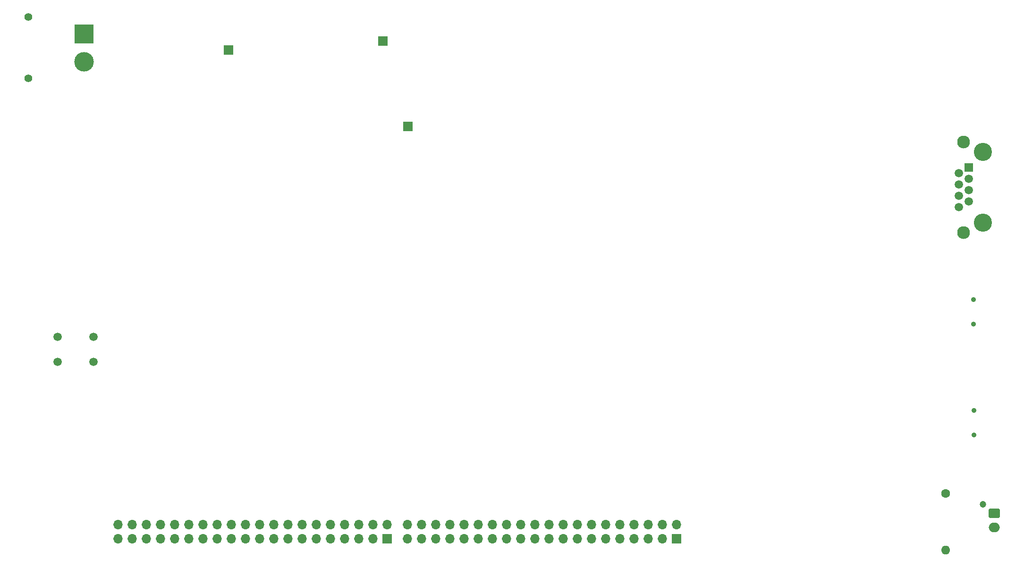
<source format=gbr>
%TF.GenerationSoftware,KiCad,Pcbnew,8.0.5*%
%TF.CreationDate,2024-09-23T23:51:48+09:00*%
%TF.ProjectId,MCU_Unit,4d43555f-556e-4697-942e-6b696361645f,rev?*%
%TF.SameCoordinates,Original*%
%TF.FileFunction,Soldermask,Bot*%
%TF.FilePolarity,Negative*%
%FSLAX46Y46*%
G04 Gerber Fmt 4.6, Leading zero omitted, Abs format (unit mm)*
G04 Created by KiCad (PCBNEW 8.0.5) date 2024-09-23 23:51:48*
%MOMM*%
%LPD*%
G01*
G04 APERTURE LIST*
G04 Aperture macros list*
%AMRoundRect*
0 Rectangle with rounded corners*
0 $1 Rounding radius*
0 $2 $3 $4 $5 $6 $7 $8 $9 X,Y pos of 4 corners*
0 Add a 4 corners polygon primitive as box body*
4,1,4,$2,$3,$4,$5,$6,$7,$8,$9,$2,$3,0*
0 Add four circle primitives for the rounded corners*
1,1,$1+$1,$2,$3*
1,1,$1+$1,$4,$5*
1,1,$1+$1,$6,$7*
1,1,$1+$1,$8,$9*
0 Add four rect primitives between the rounded corners*
20,1,$1+$1,$2,$3,$4,$5,0*
20,1,$1+$1,$4,$5,$6,$7,0*
20,1,$1+$1,$6,$7,$8,$9,0*
20,1,$1+$1,$8,$9,$2,$3,0*%
G04 Aperture macros list end*
%ADD10C,1.500000*%
%ADD11R,1.700000X1.700000*%
%ADD12O,1.700000X1.700000*%
%ADD13C,3.250000*%
%ADD14R,1.500000X1.500000*%
%ADD15C,2.300000*%
%ADD16C,1.600000*%
%ADD17O,1.600000X1.600000*%
%ADD18C,1.400000*%
%ADD19R,3.500000X3.500000*%
%ADD20C,3.500000*%
%ADD21C,0.900000*%
%ADD22C,1.200000*%
%ADD23RoundRect,0.250000X-0.750000X0.600000X-0.750000X-0.600000X0.750000X-0.600000X0.750000X0.600000X0*%
%ADD24O,2.000000X1.700000*%
G04 APERTURE END LIST*
D10*
%TO.C,S1*%
X35200000Y-92050000D03*
X41700000Y-92050000D03*
X35200000Y-96550000D03*
X41700000Y-96550000D03*
%TD*%
D11*
%TO.C,J10*%
X94370000Y-128287500D03*
D12*
X94370000Y-125747500D03*
X91830000Y-128287500D03*
X91830000Y-125747500D03*
X89290000Y-128287500D03*
X89290000Y-125747500D03*
X86750000Y-128287500D03*
X86750000Y-125747500D03*
X84210000Y-128287500D03*
X84210000Y-125747500D03*
X81670000Y-128287500D03*
X81670000Y-125747500D03*
X79130000Y-128287500D03*
X79130000Y-125747500D03*
X76590000Y-128287500D03*
X76590000Y-125747500D03*
X74050000Y-128287500D03*
X74050000Y-125747500D03*
X71510000Y-128287500D03*
X71510000Y-125747500D03*
X68970000Y-128287500D03*
X68970000Y-125747500D03*
X66430000Y-128287500D03*
X66430000Y-125747500D03*
X63890000Y-128287500D03*
X63890000Y-125747500D03*
X61350000Y-128287500D03*
X61350000Y-125747500D03*
X58810000Y-128287500D03*
X58810000Y-125747500D03*
X56270000Y-128287500D03*
X56270000Y-125747500D03*
X53730000Y-128287500D03*
X53730000Y-125747500D03*
X51190000Y-128287500D03*
X51190000Y-125747500D03*
X48650000Y-128287500D03*
X48650000Y-125747500D03*
X46110000Y-128287500D03*
X46110000Y-125747500D03*
%TD*%
%TO.C,J6*%
X97970000Y-125750000D03*
X97970000Y-128290000D03*
X100510000Y-125750000D03*
X100510000Y-128290000D03*
X103050000Y-125750000D03*
X103050000Y-128290000D03*
X105590000Y-125750000D03*
X105590000Y-128290000D03*
X108130000Y-125750000D03*
X108130000Y-128290000D03*
X110670000Y-125750000D03*
X110670000Y-128290000D03*
X113210000Y-125750000D03*
X113210000Y-128290000D03*
X115750000Y-125750000D03*
X115750000Y-128290000D03*
X118290000Y-125750000D03*
X118290000Y-128290000D03*
X120830000Y-125750000D03*
X120830000Y-128290000D03*
X123370000Y-125750000D03*
X123370000Y-128290000D03*
X125910000Y-125750000D03*
X125910000Y-128290000D03*
X128450000Y-125750000D03*
X128450000Y-128290000D03*
X130990000Y-125750000D03*
X130990000Y-128290000D03*
X133530000Y-125750000D03*
X133530000Y-128290000D03*
X136070000Y-125750000D03*
X136070000Y-128290000D03*
X138610000Y-125750000D03*
X138610000Y-128290000D03*
X141150000Y-125750000D03*
X141150000Y-128290000D03*
X143690000Y-125750000D03*
X143690000Y-128290000D03*
X146230000Y-125750000D03*
D11*
X146230000Y-128290000D03*
%TD*%
D13*
%TO.C,J1*%
X201170000Y-58798000D03*
X201170000Y-71498000D03*
D14*
X198630000Y-61588000D03*
D10*
X196850000Y-62604000D03*
X198630000Y-63620000D03*
X196850000Y-64636000D03*
X198630000Y-65652000D03*
X196850000Y-66668000D03*
X198630000Y-67684000D03*
X196850000Y-68700000D03*
D15*
X197740000Y-57018000D03*
X197740000Y-73278000D03*
%TD*%
D16*
%TO.C,R41*%
X194500000Y-120120000D03*
D17*
X194500000Y-130280000D03*
%TD*%
D18*
%TO.C,J13*%
X29975000Y-45650000D03*
X29975000Y-34650000D03*
D19*
X39975000Y-37650000D03*
D20*
X39975000Y-42650000D03*
%TD*%
D21*
%TO.C,J9*%
X199475000Y-89700000D03*
X199475000Y-85300000D03*
%TD*%
%TO.C,J7*%
X199600000Y-109600000D03*
X199600000Y-105200000D03*
%TD*%
D11*
%TO.C,J5*%
X65900000Y-40559432D03*
%TD*%
%TO.C,J4*%
X93596418Y-38917639D03*
%TD*%
%TO.C,J3*%
X98064321Y-54275169D03*
%TD*%
D22*
%TO.C,J2*%
X201200000Y-122100000D03*
D23*
X203200000Y-123700000D03*
D24*
X203200000Y-126200000D03*
%TD*%
M02*

</source>
